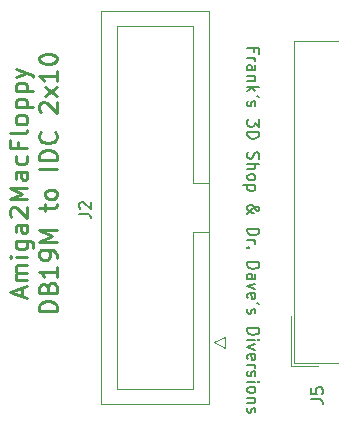
<source format=gbr>
%TF.GenerationSoftware,KiCad,Pcbnew,(5.1.9)-1*%
%TF.CreationDate,2021-07-05T16:45:00-04:00*%
%TF.ProjectId,Amiga2MacFloppy,416d6967-6132-44d6-9163-466c6f707079,1.0*%
%TF.SameCoordinates,Original*%
%TF.FileFunction,Legend,Top*%
%TF.FilePolarity,Positive*%
%FSLAX46Y46*%
G04 Gerber Fmt 4.6, Leading zero omitted, Abs format (unit mm)*
G04 Created by KiCad (PCBNEW (5.1.9)-1) date 2021-07-05 16:45:00*
%MOMM*%
%LPD*%
G01*
G04 APERTURE LIST*
%ADD10C,0.250000*%
%ADD11C,0.150000*%
%ADD12C,0.120000*%
G04 APERTURE END LIST*
D10*
X133467760Y-116300102D02*
X133467760Y-115585817D01*
X133896331Y-116442960D02*
X132396331Y-115942960D01*
X133896331Y-115442960D01*
X133896331Y-114942960D02*
X132896331Y-114942960D01*
X133039188Y-114942960D02*
X132967760Y-114871531D01*
X132896331Y-114728674D01*
X132896331Y-114514388D01*
X132967760Y-114371531D01*
X133110617Y-114300102D01*
X133896331Y-114300102D01*
X133110617Y-114300102D02*
X132967760Y-114228674D01*
X132896331Y-114085817D01*
X132896331Y-113871531D01*
X132967760Y-113728674D01*
X133110617Y-113657245D01*
X133896331Y-113657245D01*
X133896331Y-112942960D02*
X132896331Y-112942960D01*
X132396331Y-112942960D02*
X132467760Y-113014388D01*
X132539188Y-112942960D01*
X132467760Y-112871531D01*
X132396331Y-112942960D01*
X132539188Y-112942960D01*
X132896331Y-111585817D02*
X134110617Y-111585817D01*
X134253474Y-111657245D01*
X134324902Y-111728674D01*
X134396331Y-111871531D01*
X134396331Y-112085817D01*
X134324902Y-112228674D01*
X133824902Y-111585817D02*
X133896331Y-111728674D01*
X133896331Y-112014388D01*
X133824902Y-112157245D01*
X133753474Y-112228674D01*
X133610617Y-112300102D01*
X133182045Y-112300102D01*
X133039188Y-112228674D01*
X132967760Y-112157245D01*
X132896331Y-112014388D01*
X132896331Y-111728674D01*
X132967760Y-111585817D01*
X133896331Y-110228674D02*
X133110617Y-110228674D01*
X132967760Y-110300102D01*
X132896331Y-110442960D01*
X132896331Y-110728674D01*
X132967760Y-110871531D01*
X133824902Y-110228674D02*
X133896331Y-110371531D01*
X133896331Y-110728674D01*
X133824902Y-110871531D01*
X133682045Y-110942960D01*
X133539188Y-110942960D01*
X133396331Y-110871531D01*
X133324902Y-110728674D01*
X133324902Y-110371531D01*
X133253474Y-110228674D01*
X132539188Y-109585817D02*
X132467760Y-109514388D01*
X132396331Y-109371531D01*
X132396331Y-109014388D01*
X132467760Y-108871531D01*
X132539188Y-108800102D01*
X132682045Y-108728674D01*
X132824902Y-108728674D01*
X133039188Y-108800102D01*
X133896331Y-109657245D01*
X133896331Y-108728674D01*
X133896331Y-108085817D02*
X132396331Y-108085817D01*
X133467760Y-107585817D01*
X132396331Y-107085817D01*
X133896331Y-107085817D01*
X133896331Y-105728674D02*
X133110617Y-105728674D01*
X132967760Y-105800102D01*
X132896331Y-105942960D01*
X132896331Y-106228674D01*
X132967760Y-106371531D01*
X133824902Y-105728674D02*
X133896331Y-105871531D01*
X133896331Y-106228674D01*
X133824902Y-106371531D01*
X133682045Y-106442960D01*
X133539188Y-106442960D01*
X133396331Y-106371531D01*
X133324902Y-106228674D01*
X133324902Y-105871531D01*
X133253474Y-105728674D01*
X133824902Y-104371531D02*
X133896331Y-104514388D01*
X133896331Y-104800102D01*
X133824902Y-104942960D01*
X133753474Y-105014388D01*
X133610617Y-105085817D01*
X133182045Y-105085817D01*
X133039188Y-105014388D01*
X132967760Y-104942960D01*
X132896331Y-104800102D01*
X132896331Y-104514388D01*
X132967760Y-104371531D01*
X133110617Y-103228674D02*
X133110617Y-103728674D01*
X133896331Y-103728674D02*
X132396331Y-103728674D01*
X132396331Y-103014388D01*
X133896331Y-102228674D02*
X133824902Y-102371531D01*
X133682045Y-102442960D01*
X132396331Y-102442960D01*
X133896331Y-101442960D02*
X133824902Y-101585817D01*
X133753474Y-101657245D01*
X133610617Y-101728674D01*
X133182045Y-101728674D01*
X133039188Y-101657245D01*
X132967760Y-101585817D01*
X132896331Y-101442960D01*
X132896331Y-101228674D01*
X132967760Y-101085817D01*
X133039188Y-101014388D01*
X133182045Y-100942960D01*
X133610617Y-100942960D01*
X133753474Y-101014388D01*
X133824902Y-101085817D01*
X133896331Y-101228674D01*
X133896331Y-101442960D01*
X132896331Y-100300102D02*
X134396331Y-100300102D01*
X132967760Y-100300102D02*
X132896331Y-100157245D01*
X132896331Y-99871531D01*
X132967760Y-99728674D01*
X133039188Y-99657245D01*
X133182045Y-99585817D01*
X133610617Y-99585817D01*
X133753474Y-99657245D01*
X133824902Y-99728674D01*
X133896331Y-99871531D01*
X133896331Y-100157245D01*
X133824902Y-100300102D01*
X132896331Y-98942960D02*
X134396331Y-98942960D01*
X132967760Y-98942960D02*
X132896331Y-98800102D01*
X132896331Y-98514388D01*
X132967760Y-98371531D01*
X133039188Y-98300102D01*
X133182045Y-98228674D01*
X133610617Y-98228674D01*
X133753474Y-98300102D01*
X133824902Y-98371531D01*
X133896331Y-98514388D01*
X133896331Y-98800102D01*
X133824902Y-98942960D01*
X132896331Y-97728674D02*
X133896331Y-97371531D01*
X132896331Y-97014388D02*
X133896331Y-97371531D01*
X134253474Y-97514388D01*
X134324902Y-97585817D01*
X134396331Y-97728674D01*
X136396331Y-117550102D02*
X134896331Y-117550102D01*
X134896331Y-117192960D01*
X134967760Y-116978674D01*
X135110617Y-116835817D01*
X135253474Y-116764388D01*
X135539188Y-116692960D01*
X135753474Y-116692960D01*
X136039188Y-116764388D01*
X136182045Y-116835817D01*
X136324902Y-116978674D01*
X136396331Y-117192960D01*
X136396331Y-117550102D01*
X135610617Y-115550102D02*
X135682045Y-115335817D01*
X135753474Y-115264388D01*
X135896331Y-115192960D01*
X136110617Y-115192960D01*
X136253474Y-115264388D01*
X136324902Y-115335817D01*
X136396331Y-115478674D01*
X136396331Y-116050102D01*
X134896331Y-116050102D01*
X134896331Y-115550102D01*
X134967760Y-115407245D01*
X135039188Y-115335817D01*
X135182045Y-115264388D01*
X135324902Y-115264388D01*
X135467760Y-115335817D01*
X135539188Y-115407245D01*
X135610617Y-115550102D01*
X135610617Y-116050102D01*
X136396331Y-113764388D02*
X136396331Y-114621531D01*
X136396331Y-114192960D02*
X134896331Y-114192960D01*
X135110617Y-114335817D01*
X135253474Y-114478674D01*
X135324902Y-114621531D01*
X136396331Y-113050102D02*
X136396331Y-112764388D01*
X136324902Y-112621531D01*
X136253474Y-112550102D01*
X136039188Y-112407245D01*
X135753474Y-112335817D01*
X135182045Y-112335817D01*
X135039188Y-112407245D01*
X134967760Y-112478674D01*
X134896331Y-112621531D01*
X134896331Y-112907245D01*
X134967760Y-113050102D01*
X135039188Y-113121531D01*
X135182045Y-113192960D01*
X135539188Y-113192960D01*
X135682045Y-113121531D01*
X135753474Y-113050102D01*
X135824902Y-112907245D01*
X135824902Y-112621531D01*
X135753474Y-112478674D01*
X135682045Y-112407245D01*
X135539188Y-112335817D01*
X136396331Y-111692960D02*
X134896331Y-111692960D01*
X135967760Y-111192960D01*
X134896331Y-110692960D01*
X136396331Y-110692960D01*
X135396331Y-109050102D02*
X135396331Y-108478674D01*
X134896331Y-108835817D02*
X136182045Y-108835817D01*
X136324902Y-108764388D01*
X136396331Y-108621531D01*
X136396331Y-108478674D01*
X136396331Y-107764388D02*
X136324902Y-107907245D01*
X136253474Y-107978674D01*
X136110617Y-108050102D01*
X135682045Y-108050102D01*
X135539188Y-107978674D01*
X135467760Y-107907245D01*
X135396331Y-107764388D01*
X135396331Y-107550102D01*
X135467760Y-107407245D01*
X135539188Y-107335817D01*
X135682045Y-107264388D01*
X136110617Y-107264388D01*
X136253474Y-107335817D01*
X136324902Y-107407245D01*
X136396331Y-107550102D01*
X136396331Y-107764388D01*
X136396331Y-105478674D02*
X134896331Y-105478674D01*
X136396331Y-104764388D02*
X134896331Y-104764388D01*
X134896331Y-104407245D01*
X134967760Y-104192960D01*
X135110617Y-104050102D01*
X135253474Y-103978674D01*
X135539188Y-103907245D01*
X135753474Y-103907245D01*
X136039188Y-103978674D01*
X136182045Y-104050102D01*
X136324902Y-104192960D01*
X136396331Y-104407245D01*
X136396331Y-104764388D01*
X136253474Y-102407245D02*
X136324902Y-102478674D01*
X136396331Y-102692960D01*
X136396331Y-102835817D01*
X136324902Y-103050102D01*
X136182045Y-103192960D01*
X136039188Y-103264388D01*
X135753474Y-103335817D01*
X135539188Y-103335817D01*
X135253474Y-103264388D01*
X135110617Y-103192960D01*
X134967760Y-103050102D01*
X134896331Y-102835817D01*
X134896331Y-102692960D01*
X134967760Y-102478674D01*
X135039188Y-102407245D01*
X135039188Y-100692960D02*
X134967760Y-100621531D01*
X134896331Y-100478674D01*
X134896331Y-100121531D01*
X134967760Y-99978674D01*
X135039188Y-99907245D01*
X135182045Y-99835817D01*
X135324902Y-99835817D01*
X135539188Y-99907245D01*
X136396331Y-100764388D01*
X136396331Y-99835817D01*
X136396331Y-99335817D02*
X135396331Y-98550102D01*
X135396331Y-99335817D02*
X136396331Y-98550102D01*
X136396331Y-97192960D02*
X136396331Y-98050102D01*
X136396331Y-97621531D02*
X134896331Y-97621531D01*
X135110617Y-97764388D01*
X135253474Y-97907245D01*
X135324902Y-98050102D01*
X134896331Y-96264388D02*
X134896331Y-96121531D01*
X134967760Y-95978674D01*
X135039188Y-95907245D01*
X135182045Y-95835817D01*
X135467760Y-95764388D01*
X135824902Y-95764388D01*
X136110617Y-95835817D01*
X136253474Y-95907245D01*
X136324902Y-95978674D01*
X136396331Y-96121531D01*
X136396331Y-96264388D01*
X136324902Y-96407245D01*
X136253474Y-96478674D01*
X136110617Y-96550102D01*
X135824902Y-96621531D01*
X135467760Y-96621531D01*
X135182045Y-96550102D01*
X135039188Y-96478674D01*
X134967760Y-96407245D01*
X134896331Y-96264388D01*
D11*
X153039188Y-95597721D02*
X153039188Y-95264388D01*
X152515379Y-95264388D02*
X153515379Y-95264388D01*
X153515379Y-95740579D01*
X152515379Y-96121531D02*
X153182045Y-96121531D01*
X152991569Y-96121531D02*
X153086807Y-96169150D01*
X153134426Y-96216769D01*
X153182045Y-96312007D01*
X153182045Y-96407245D01*
X152515379Y-97169150D02*
X153039188Y-97169150D01*
X153134426Y-97121531D01*
X153182045Y-97026293D01*
X153182045Y-96835817D01*
X153134426Y-96740579D01*
X152562998Y-97169150D02*
X152515379Y-97073912D01*
X152515379Y-96835817D01*
X152562998Y-96740579D01*
X152658236Y-96692960D01*
X152753474Y-96692960D01*
X152848712Y-96740579D01*
X152896331Y-96835817D01*
X152896331Y-97073912D01*
X152943950Y-97169150D01*
X153182045Y-97645340D02*
X152515379Y-97645340D01*
X153086807Y-97645340D02*
X153134426Y-97692960D01*
X153182045Y-97788198D01*
X153182045Y-97931055D01*
X153134426Y-98026293D01*
X153039188Y-98073912D01*
X152515379Y-98073912D01*
X152515379Y-98550102D02*
X153515379Y-98550102D01*
X152896331Y-98645340D02*
X152515379Y-98931055D01*
X153182045Y-98931055D02*
X152801093Y-98550102D01*
X153515379Y-99407245D02*
X153324902Y-99312007D01*
X152562998Y-99788198D02*
X152515379Y-99883436D01*
X152515379Y-100073912D01*
X152562998Y-100169150D01*
X152658236Y-100216769D01*
X152705855Y-100216769D01*
X152801093Y-100169150D01*
X152848712Y-100073912D01*
X152848712Y-99931055D01*
X152896331Y-99835817D01*
X152991569Y-99788198D01*
X153039188Y-99788198D01*
X153134426Y-99835817D01*
X153182045Y-99931055D01*
X153182045Y-100073912D01*
X153134426Y-100169150D01*
X153515379Y-101312007D02*
X153515379Y-101931055D01*
X153134426Y-101597721D01*
X153134426Y-101740579D01*
X153086807Y-101835817D01*
X153039188Y-101883436D01*
X152943950Y-101931055D01*
X152705855Y-101931055D01*
X152610617Y-101883436D01*
X152562998Y-101835817D01*
X152515379Y-101740579D01*
X152515379Y-101454864D01*
X152562998Y-101359626D01*
X152610617Y-101312007D01*
X152515379Y-102359626D02*
X153515379Y-102359626D01*
X153515379Y-102597721D01*
X153467760Y-102740579D01*
X153372521Y-102835817D01*
X153277283Y-102883436D01*
X153086807Y-102931055D01*
X152943950Y-102931055D01*
X152753474Y-102883436D01*
X152658236Y-102835817D01*
X152562998Y-102740579D01*
X152515379Y-102597721D01*
X152515379Y-102359626D01*
X152562998Y-104073912D02*
X152515379Y-104216769D01*
X152515379Y-104454864D01*
X152562998Y-104550102D01*
X152610617Y-104597721D01*
X152705855Y-104645340D01*
X152801093Y-104645340D01*
X152896331Y-104597721D01*
X152943950Y-104550102D01*
X152991569Y-104454864D01*
X153039188Y-104264388D01*
X153086807Y-104169150D01*
X153134426Y-104121531D01*
X153229664Y-104073912D01*
X153324902Y-104073912D01*
X153420140Y-104121531D01*
X153467760Y-104169150D01*
X153515379Y-104264388D01*
X153515379Y-104502483D01*
X153467760Y-104645340D01*
X152515379Y-105073912D02*
X153515379Y-105073912D01*
X152515379Y-105502483D02*
X153039188Y-105502483D01*
X153134426Y-105454864D01*
X153182045Y-105359626D01*
X153182045Y-105216769D01*
X153134426Y-105121531D01*
X153086807Y-105073912D01*
X152515379Y-106121531D02*
X152562998Y-106026293D01*
X152610617Y-105978674D01*
X152705855Y-105931055D01*
X152991569Y-105931055D01*
X153086807Y-105978674D01*
X153134426Y-106026293D01*
X153182045Y-106121531D01*
X153182045Y-106264388D01*
X153134426Y-106359626D01*
X153086807Y-106407245D01*
X152991569Y-106454864D01*
X152705855Y-106454864D01*
X152610617Y-106407245D01*
X152562998Y-106359626D01*
X152515379Y-106264388D01*
X152515379Y-106121531D01*
X153182045Y-106883436D02*
X152182045Y-106883436D01*
X153134426Y-106883436D02*
X153182045Y-106978674D01*
X153182045Y-107169150D01*
X153134426Y-107264388D01*
X153086807Y-107312007D01*
X152991569Y-107359626D01*
X152705855Y-107359626D01*
X152610617Y-107312007D01*
X152562998Y-107264388D01*
X152515379Y-107169150D01*
X152515379Y-106978674D01*
X152562998Y-106883436D01*
X152515379Y-109359626D02*
X152515379Y-109312007D01*
X152562998Y-109216769D01*
X152705855Y-109073912D01*
X152991569Y-108835817D01*
X153134426Y-108740579D01*
X153277283Y-108692960D01*
X153372521Y-108692960D01*
X153467760Y-108740579D01*
X153515379Y-108835817D01*
X153515379Y-108883436D01*
X153467760Y-108978674D01*
X153372521Y-109026293D01*
X153324902Y-109026293D01*
X153229664Y-108978674D01*
X153182045Y-108931055D01*
X152991569Y-108645340D01*
X152943950Y-108597721D01*
X152848712Y-108550102D01*
X152705855Y-108550102D01*
X152610617Y-108597721D01*
X152562998Y-108645340D01*
X152515379Y-108740579D01*
X152515379Y-108883436D01*
X152562998Y-108978674D01*
X152610617Y-109026293D01*
X152801093Y-109169150D01*
X152943950Y-109216769D01*
X153039188Y-109216769D01*
X152515379Y-110550102D02*
X153515379Y-110550102D01*
X153515379Y-110788198D01*
X153467760Y-110931055D01*
X153372521Y-111026293D01*
X153277283Y-111073912D01*
X153086807Y-111121531D01*
X152943950Y-111121531D01*
X152753474Y-111073912D01*
X152658236Y-111026293D01*
X152562998Y-110931055D01*
X152515379Y-110788198D01*
X152515379Y-110550102D01*
X152515379Y-111550102D02*
X153182045Y-111550102D01*
X152991569Y-111550102D02*
X153086807Y-111597721D01*
X153134426Y-111645340D01*
X153182045Y-111740579D01*
X153182045Y-111835817D01*
X152610617Y-112169150D02*
X152562998Y-112216769D01*
X152515379Y-112169150D01*
X152562998Y-112121531D01*
X152610617Y-112169150D01*
X152515379Y-112169150D01*
X152515379Y-113407245D02*
X153515379Y-113407245D01*
X153515379Y-113645340D01*
X153467760Y-113788198D01*
X153372521Y-113883436D01*
X153277283Y-113931055D01*
X153086807Y-113978674D01*
X152943950Y-113978674D01*
X152753474Y-113931055D01*
X152658236Y-113883436D01*
X152562998Y-113788198D01*
X152515379Y-113645340D01*
X152515379Y-113407245D01*
X152515379Y-114835817D02*
X153039188Y-114835817D01*
X153134426Y-114788198D01*
X153182045Y-114692960D01*
X153182045Y-114502483D01*
X153134426Y-114407245D01*
X152562998Y-114835817D02*
X152515379Y-114740579D01*
X152515379Y-114502483D01*
X152562998Y-114407245D01*
X152658236Y-114359626D01*
X152753474Y-114359626D01*
X152848712Y-114407245D01*
X152896331Y-114502483D01*
X152896331Y-114740579D01*
X152943950Y-114835817D01*
X153182045Y-115216769D02*
X152515379Y-115454864D01*
X153182045Y-115692960D01*
X152562998Y-116454864D02*
X152515379Y-116359626D01*
X152515379Y-116169150D01*
X152562998Y-116073912D01*
X152658236Y-116026293D01*
X153039188Y-116026293D01*
X153134426Y-116073912D01*
X153182045Y-116169150D01*
X153182045Y-116359626D01*
X153134426Y-116454864D01*
X153039188Y-116502483D01*
X152943950Y-116502483D01*
X152848712Y-116026293D01*
X153515379Y-116978674D02*
X153324902Y-116883436D01*
X152562998Y-117359626D02*
X152515379Y-117454864D01*
X152515379Y-117645340D01*
X152562998Y-117740579D01*
X152658236Y-117788198D01*
X152705855Y-117788198D01*
X152801093Y-117740579D01*
X152848712Y-117645340D01*
X152848712Y-117502483D01*
X152896331Y-117407245D01*
X152991569Y-117359626D01*
X153039188Y-117359626D01*
X153134426Y-117407245D01*
X153182045Y-117502483D01*
X153182045Y-117645340D01*
X153134426Y-117740579D01*
X152515379Y-118978674D02*
X153515379Y-118978674D01*
X153515379Y-119216769D01*
X153467760Y-119359626D01*
X153372521Y-119454864D01*
X153277283Y-119502483D01*
X153086807Y-119550102D01*
X152943950Y-119550102D01*
X152753474Y-119502483D01*
X152658236Y-119454864D01*
X152562998Y-119359626D01*
X152515379Y-119216769D01*
X152515379Y-118978674D01*
X152515379Y-119978674D02*
X153182045Y-119978674D01*
X153515379Y-119978674D02*
X153467760Y-119931055D01*
X153420140Y-119978674D01*
X153467760Y-120026293D01*
X153515379Y-119978674D01*
X153420140Y-119978674D01*
X153182045Y-120359626D02*
X152515379Y-120597721D01*
X153182045Y-120835817D01*
X152562998Y-121597721D02*
X152515379Y-121502483D01*
X152515379Y-121312007D01*
X152562998Y-121216769D01*
X152658236Y-121169150D01*
X153039188Y-121169150D01*
X153134426Y-121216769D01*
X153182045Y-121312007D01*
X153182045Y-121502483D01*
X153134426Y-121597721D01*
X153039188Y-121645340D01*
X152943950Y-121645340D01*
X152848712Y-121169150D01*
X152515379Y-122073912D02*
X153182045Y-122073912D01*
X152991569Y-122073912D02*
X153086807Y-122121531D01*
X153134426Y-122169150D01*
X153182045Y-122264388D01*
X153182045Y-122359626D01*
X152562998Y-122645340D02*
X152515379Y-122740579D01*
X152515379Y-122931055D01*
X152562998Y-123026293D01*
X152658236Y-123073912D01*
X152705855Y-123073912D01*
X152801093Y-123026293D01*
X152848712Y-122931055D01*
X152848712Y-122788198D01*
X152896331Y-122692960D01*
X152991569Y-122645340D01*
X153039188Y-122645340D01*
X153134426Y-122692960D01*
X153182045Y-122788198D01*
X153182045Y-122931055D01*
X153134426Y-123026293D01*
X152515379Y-123502483D02*
X153182045Y-123502483D01*
X153515379Y-123502483D02*
X153467760Y-123454864D01*
X153420140Y-123502483D01*
X153467760Y-123550102D01*
X153515379Y-123502483D01*
X153420140Y-123502483D01*
X152515379Y-124121531D02*
X152562998Y-124026293D01*
X152610617Y-123978674D01*
X152705855Y-123931055D01*
X152991569Y-123931055D01*
X153086807Y-123978674D01*
X153134426Y-124026293D01*
X153182045Y-124121531D01*
X153182045Y-124264388D01*
X153134426Y-124359626D01*
X153086807Y-124407245D01*
X152991569Y-124454864D01*
X152705855Y-124454864D01*
X152610617Y-124407245D01*
X152562998Y-124359626D01*
X152515379Y-124264388D01*
X152515379Y-124121531D01*
X153182045Y-124883436D02*
X152515379Y-124883436D01*
X153086807Y-124883436D02*
X153134426Y-124931055D01*
X153182045Y-125026293D01*
X153182045Y-125169150D01*
X153134426Y-125264388D01*
X153039188Y-125312007D01*
X152515379Y-125312007D01*
X152562998Y-125740579D02*
X152515379Y-125835817D01*
X152515379Y-126026293D01*
X152562998Y-126121531D01*
X152658236Y-126169150D01*
X152705855Y-126169150D01*
X152801093Y-126121531D01*
X152848712Y-126026293D01*
X152848712Y-125883436D01*
X152896331Y-125788198D01*
X152991569Y-125740579D01*
X153039188Y-125740579D01*
X153134426Y-125788198D01*
X153182045Y-125883436D01*
X153182045Y-126026293D01*
X153134426Y-126121531D01*
D12*
%TO.C,J2*%
X149258000Y-125403000D02*
X140138000Y-125403000D01*
X140138000Y-125403000D02*
X140138000Y-92123000D01*
X140138000Y-92123000D02*
X149258000Y-92123000D01*
X149258000Y-92123000D02*
X149258000Y-125403000D01*
X149258000Y-110813000D02*
X147948000Y-110813000D01*
X147948000Y-110813000D02*
X147948000Y-124103000D01*
X147948000Y-124103000D02*
X141448000Y-124103000D01*
X141448000Y-124103000D02*
X141448000Y-93423000D01*
X141448000Y-93423000D02*
X147948000Y-93423000D01*
X147948000Y-93423000D02*
X147948000Y-106713000D01*
X147948000Y-106713000D02*
X147948000Y-106713000D01*
X147948000Y-106713000D02*
X149258000Y-106713000D01*
X149648000Y-120193000D02*
X150648000Y-120693000D01*
X150648000Y-120693000D02*
X150648000Y-119693000D01*
X150648000Y-119693000D02*
X149648000Y-120193000D01*
%TO.C,J5*%
X160208000Y-94707667D02*
X156468000Y-94707667D01*
X156468000Y-94707667D02*
X156468000Y-121932333D01*
X156468000Y-121932333D02*
X160208000Y-121932333D01*
X158468000Y-122172333D02*
X156228000Y-122172333D01*
X156228000Y-122172333D02*
X156228000Y-117979000D01*
%TO.C,J2*%
D11*
X138277880Y-109309733D02*
X138992166Y-109309733D01*
X139135023Y-109357352D01*
X139230261Y-109452590D01*
X139277880Y-109595447D01*
X139277880Y-109690685D01*
X138373119Y-108881161D02*
X138325500Y-108833542D01*
X138277880Y-108738304D01*
X138277880Y-108500209D01*
X138325500Y-108404971D01*
X138373119Y-108357352D01*
X138468357Y-108309733D01*
X138563595Y-108309733D01*
X138706452Y-108357352D01*
X139277880Y-108928780D01*
X139277880Y-108309733D01*
%TO.C,J5*%
X157920380Y-125005666D02*
X158634666Y-125005666D01*
X158777523Y-125053285D01*
X158872761Y-125148523D01*
X158920380Y-125291380D01*
X158920380Y-125386618D01*
X157920380Y-124053285D02*
X157920380Y-124529475D01*
X158396571Y-124577094D01*
X158348952Y-124529475D01*
X158301333Y-124434237D01*
X158301333Y-124196142D01*
X158348952Y-124100904D01*
X158396571Y-124053285D01*
X158491809Y-124005666D01*
X158729904Y-124005666D01*
X158825142Y-124053285D01*
X158872761Y-124100904D01*
X158920380Y-124196142D01*
X158920380Y-124434237D01*
X158872761Y-124529475D01*
X158825142Y-124577094D01*
%TD*%
M02*

</source>
